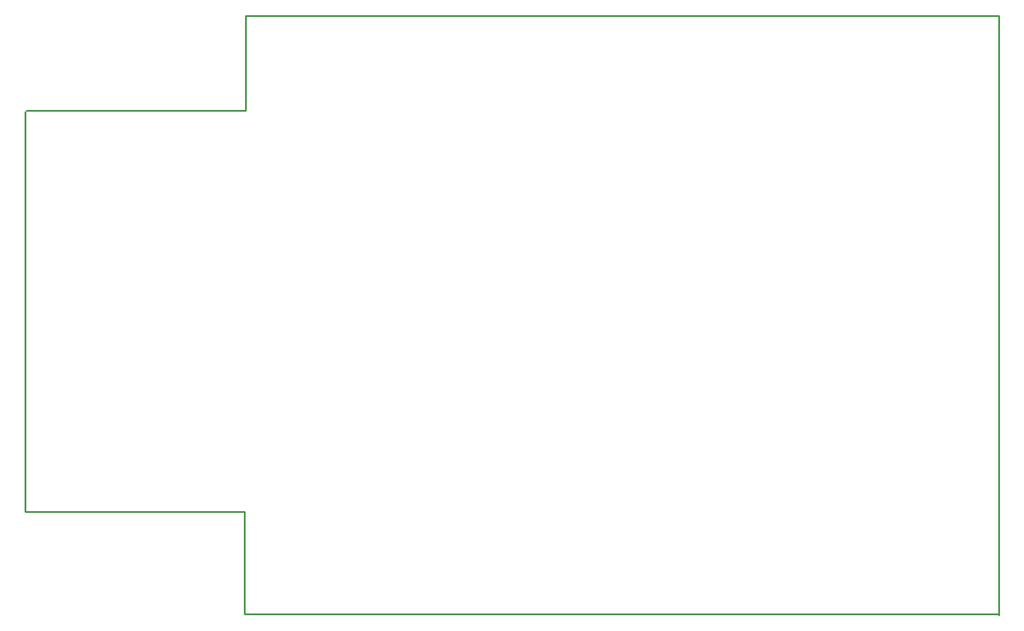
<source format=gbr>
G04 Layer_Color=16711935*
%FSLAX43Y43*%
%MOMM*%
%TF.FileFunction,Other,Mechanical_1*%
%TF.Part,Single*%
G01*
G75*
%TA.AperFunction,NonConductor*%
%ADD41C,0.254*%
D41*
X127Y58039D02*
X31877D01*
Y71755D01*
X140970D01*
Y-14986D02*
Y71755D01*
X140843Y-14859D02*
X140970Y-14986D01*
X31750Y-14859D02*
X140843D01*
X31750D02*
Y0D01*
X0D02*
X31750D01*
X0D02*
Y57912D01*
%TF.MD5,8da0f36101800a7ccd7528ffdeab18c0*%
M02*

</source>
